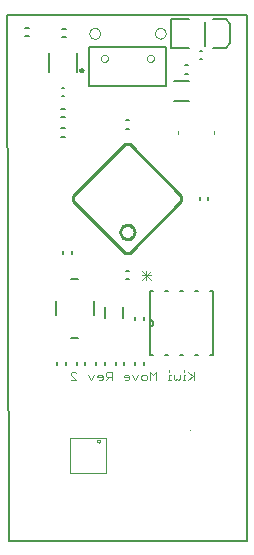
<source format=gbo>
G75*
%MOIN*%
%OFA0B0*%
%FSLAX24Y24*%
%IPPOS*%
%LPD*%
%AMOC8*
5,1,8,0,0,1.08239X$1,22.5*
%
%ADD10C,0.0080*%
%ADD11C,0.0000*%
%ADD12C,0.0030*%
%ADD13C,0.0100*%
%ADD14C,0.0060*%
%ADD15C,0.0050*%
%ADD16C,0.0040*%
%ADD17C,0.0020*%
%ADD18C,0.0004*%
D10*
X001293Y000140D02*
X009243Y000140D01*
X009238Y017675D01*
X001238Y017675D01*
X001293Y000140D01*
X002903Y006000D02*
X002903Y006080D01*
X003183Y006080D02*
X003183Y006000D01*
X003553Y006000D02*
X003553Y006080D01*
X003833Y006080D02*
X003833Y006000D01*
X004203Y006000D02*
X004203Y006080D01*
X004483Y006080D02*
X004483Y006000D01*
X004853Y006000D02*
X004853Y006080D01*
X005133Y006080D02*
X005133Y006000D01*
X005503Y006000D02*
X005503Y006080D01*
X005783Y006080D02*
X005783Y006000D01*
X005785Y007480D02*
X005785Y007600D01*
X005501Y007600D02*
X005501Y007480D01*
X005088Y007543D02*
X005088Y007937D01*
X005203Y008850D02*
X005283Y008850D01*
X005283Y009130D02*
X005203Y009130D01*
X004498Y007937D02*
X004498Y007543D01*
X004123Y007654D02*
X004123Y008126D01*
X003611Y008874D02*
X003375Y008874D01*
X003383Y009700D02*
X003383Y009780D01*
X003103Y009780D02*
X003103Y009700D01*
X002863Y008126D02*
X002863Y007654D01*
X003375Y006906D02*
X003611Y006906D01*
X003153Y013598D02*
X003033Y013598D01*
X003033Y013882D02*
X003153Y013882D01*
X003153Y014248D02*
X003033Y014248D01*
X003033Y014532D02*
X003153Y014532D01*
X003133Y014950D02*
X003053Y014950D01*
X003053Y015230D02*
X003133Y015230D01*
X003565Y015775D02*
X003565Y016405D01*
X003198Y016918D02*
X003078Y016918D01*
X003078Y017202D02*
X003198Y017202D01*
X002620Y016405D02*
X002620Y015775D01*
X001953Y016948D02*
X001833Y016948D01*
X001833Y017232D02*
X001953Y017232D01*
X003667Y015814D02*
X003669Y015828D01*
X003675Y015842D01*
X003683Y015854D01*
X003695Y015862D01*
X003709Y015868D01*
X003723Y015870D01*
X003737Y015868D01*
X003751Y015862D01*
X003763Y015854D01*
X003771Y015842D01*
X003777Y015828D01*
X003779Y015814D01*
X003777Y015800D01*
X003771Y015786D01*
X003763Y015774D01*
X003751Y015766D01*
X003737Y015760D01*
X003723Y015758D01*
X003709Y015760D01*
X003695Y015766D01*
X003683Y015774D01*
X003675Y015786D01*
X003669Y015800D01*
X003667Y015814D01*
X003953Y015290D02*
X006533Y015290D01*
X006533Y016590D01*
X003953Y016590D01*
X003953Y015290D01*
X005203Y014150D02*
X005283Y014150D01*
X005283Y013870D02*
X005203Y013870D01*
X006709Y016568D02*
X007299Y016568D01*
X007653Y016465D02*
X007733Y016465D01*
X007733Y016185D02*
X007653Y016185D01*
X007258Y015980D02*
X007178Y015980D01*
X007178Y015700D02*
X007258Y015700D01*
X006709Y016568D02*
X006709Y017512D01*
X007299Y017512D01*
X008087Y017512D02*
X008520Y017512D01*
X008677Y017355D01*
X008677Y016725D01*
X008520Y016568D01*
X008087Y016568D01*
X007933Y011580D02*
X007933Y011500D01*
X007653Y011500D02*
X007653Y011580D01*
D11*
X005893Y016213D02*
X005895Y016234D01*
X005901Y016254D01*
X005910Y016274D01*
X005922Y016291D01*
X005937Y016305D01*
X005955Y016317D01*
X005975Y016325D01*
X005995Y016330D01*
X006016Y016331D01*
X006037Y016328D01*
X006057Y016322D01*
X006076Y016311D01*
X006093Y016298D01*
X006106Y016282D01*
X006117Y016264D01*
X006125Y016244D01*
X006129Y016224D01*
X006129Y016202D01*
X006125Y016182D01*
X006117Y016162D01*
X006106Y016144D01*
X006093Y016128D01*
X006076Y016115D01*
X006057Y016104D01*
X006037Y016098D01*
X006016Y016095D01*
X005995Y016096D01*
X005975Y016101D01*
X005955Y016109D01*
X005937Y016121D01*
X005922Y016135D01*
X005910Y016152D01*
X005901Y016172D01*
X005895Y016192D01*
X005893Y016213D01*
X006161Y017050D02*
X006163Y017076D01*
X006169Y017102D01*
X006179Y017127D01*
X006192Y017150D01*
X006208Y017170D01*
X006228Y017188D01*
X006250Y017203D01*
X006273Y017215D01*
X006299Y017223D01*
X006325Y017227D01*
X006351Y017227D01*
X006377Y017223D01*
X006403Y017215D01*
X006427Y017203D01*
X006448Y017188D01*
X006468Y017170D01*
X006484Y017150D01*
X006497Y017127D01*
X006507Y017102D01*
X006513Y017076D01*
X006515Y017050D01*
X006513Y017024D01*
X006507Y016998D01*
X006497Y016973D01*
X006484Y016950D01*
X006468Y016930D01*
X006448Y016912D01*
X006426Y016897D01*
X006403Y016885D01*
X006377Y016877D01*
X006351Y016873D01*
X006325Y016873D01*
X006299Y016877D01*
X006273Y016885D01*
X006249Y016897D01*
X006228Y016912D01*
X006208Y016930D01*
X006192Y016950D01*
X006179Y016973D01*
X006169Y016998D01*
X006163Y017024D01*
X006161Y017050D01*
X004357Y016213D02*
X004359Y016234D01*
X004365Y016254D01*
X004374Y016274D01*
X004386Y016291D01*
X004401Y016305D01*
X004419Y016317D01*
X004439Y016325D01*
X004459Y016330D01*
X004480Y016331D01*
X004501Y016328D01*
X004521Y016322D01*
X004540Y016311D01*
X004557Y016298D01*
X004570Y016282D01*
X004581Y016264D01*
X004589Y016244D01*
X004593Y016224D01*
X004593Y016202D01*
X004589Y016182D01*
X004581Y016162D01*
X004570Y016144D01*
X004557Y016128D01*
X004540Y016115D01*
X004521Y016104D01*
X004501Y016098D01*
X004480Y016095D01*
X004459Y016096D01*
X004439Y016101D01*
X004419Y016109D01*
X004401Y016121D01*
X004386Y016135D01*
X004374Y016152D01*
X004365Y016172D01*
X004359Y016192D01*
X004357Y016213D01*
X003976Y017045D02*
X003978Y017071D01*
X003984Y017097D01*
X003994Y017122D01*
X004007Y017145D01*
X004023Y017165D01*
X004043Y017183D01*
X004065Y017198D01*
X004088Y017210D01*
X004114Y017218D01*
X004140Y017222D01*
X004166Y017222D01*
X004192Y017218D01*
X004218Y017210D01*
X004242Y017198D01*
X004263Y017183D01*
X004283Y017165D01*
X004299Y017145D01*
X004312Y017122D01*
X004322Y017097D01*
X004328Y017071D01*
X004330Y017045D01*
X004328Y017019D01*
X004322Y016993D01*
X004312Y016968D01*
X004299Y016945D01*
X004283Y016925D01*
X004263Y016907D01*
X004241Y016892D01*
X004218Y016880D01*
X004192Y016872D01*
X004166Y016868D01*
X004140Y016868D01*
X004114Y016872D01*
X004088Y016880D01*
X004064Y016892D01*
X004043Y016907D01*
X004023Y016925D01*
X004007Y016945D01*
X003994Y016968D01*
X003984Y016993D01*
X003978Y017019D01*
X003976Y017045D01*
D12*
X005716Y009135D02*
X006029Y008821D01*
X005873Y008821D02*
X005873Y009135D01*
X006029Y009135D02*
X005716Y008821D01*
X005716Y008978D02*
X006029Y008978D01*
X006000Y005773D02*
X006000Y005483D01*
X005899Y005531D02*
X005899Y005628D01*
X005851Y005676D01*
X005754Y005676D01*
X005706Y005628D01*
X005706Y005531D01*
X005754Y005483D01*
X005851Y005483D01*
X005899Y005531D01*
X006097Y005676D02*
X006000Y005773D01*
X006097Y005676D02*
X006194Y005773D01*
X006194Y005483D01*
X006588Y005483D02*
X006685Y005483D01*
X006637Y005483D02*
X006637Y005676D01*
X006685Y005676D01*
X006786Y005676D02*
X006786Y005531D01*
X006835Y005483D01*
X006883Y005531D01*
X006931Y005483D01*
X006980Y005531D01*
X006980Y005676D01*
X007128Y005676D02*
X007128Y005483D01*
X007176Y005483D02*
X007079Y005483D01*
X007128Y005676D02*
X007176Y005676D01*
X007128Y005773D02*
X007128Y005822D01*
X007277Y005773D02*
X007471Y005580D01*
X007422Y005628D02*
X007277Y005483D01*
X007471Y005483D02*
X007471Y005773D01*
X006637Y005773D02*
X006637Y005822D01*
X005605Y005676D02*
X005508Y005483D01*
X005411Y005676D01*
X005310Y005628D02*
X005310Y005531D01*
X005262Y005483D01*
X005165Y005483D01*
X005116Y005580D02*
X005310Y005580D01*
X005310Y005628D02*
X005262Y005676D01*
X005165Y005676D01*
X005116Y005628D01*
X005116Y005580D01*
X004721Y005580D02*
X004576Y005580D01*
X004527Y005628D01*
X004527Y005725D01*
X004576Y005773D01*
X004721Y005773D01*
X004721Y005483D01*
X004624Y005580D02*
X004527Y005483D01*
X004426Y005531D02*
X004426Y005628D01*
X004378Y005676D01*
X004281Y005676D01*
X004232Y005628D01*
X004232Y005580D01*
X004426Y005580D01*
X004426Y005531D02*
X004378Y005483D01*
X004281Y005483D01*
X004131Y005676D02*
X004035Y005483D01*
X003938Y005676D01*
X003542Y005725D02*
X003494Y005773D01*
X003397Y005773D01*
X003349Y005725D01*
X003349Y005676D01*
X003542Y005483D01*
X003349Y005483D01*
D13*
X005166Y009737D02*
X005319Y009737D01*
X007045Y011463D01*
X007045Y011617D01*
X005319Y013343D01*
X005166Y013343D01*
X003440Y011617D01*
X003440Y011463D01*
X005166Y009737D01*
X005007Y010426D02*
X005009Y010456D01*
X005015Y010486D01*
X005024Y010515D01*
X005037Y010542D01*
X005054Y010567D01*
X005073Y010590D01*
X005096Y010611D01*
X005121Y010628D01*
X005147Y010642D01*
X005176Y010652D01*
X005205Y010659D01*
X005235Y010662D01*
X005266Y010661D01*
X005296Y010656D01*
X005325Y010647D01*
X005352Y010635D01*
X005378Y010620D01*
X005402Y010601D01*
X005423Y010579D01*
X005441Y010555D01*
X005456Y010528D01*
X005467Y010500D01*
X005475Y010471D01*
X005479Y010441D01*
X005479Y010411D01*
X005475Y010381D01*
X005467Y010352D01*
X005456Y010324D01*
X005441Y010297D01*
X005423Y010273D01*
X005402Y010251D01*
X005378Y010232D01*
X005352Y010217D01*
X005325Y010205D01*
X005296Y010196D01*
X005266Y010191D01*
X005235Y010190D01*
X005205Y010193D01*
X005176Y010200D01*
X005147Y010210D01*
X005121Y010224D01*
X005096Y010241D01*
X005073Y010262D01*
X005054Y010285D01*
X005037Y010310D01*
X005024Y010337D01*
X005015Y010366D01*
X005009Y010396D01*
X005007Y010426D01*
D14*
X005983Y008450D02*
X006083Y008450D01*
X005983Y008450D02*
X005983Y007510D01*
X005983Y007270D01*
X005983Y006330D01*
X006083Y006330D01*
X006503Y006330D02*
X006583Y006330D01*
X007003Y006330D02*
X007083Y006330D01*
X007503Y006330D02*
X007583Y006330D01*
X008003Y006330D02*
X008103Y006330D01*
X008103Y008450D01*
X008003Y008450D01*
X007583Y008450D02*
X007503Y008450D01*
X007083Y008450D02*
X007003Y008450D01*
X006583Y008450D02*
X006503Y008450D01*
X005983Y007510D02*
X006004Y007508D01*
X006024Y007503D01*
X006043Y007494D01*
X006060Y007482D01*
X006075Y007467D01*
X006087Y007450D01*
X006096Y007431D01*
X006101Y007411D01*
X006103Y007390D01*
X006101Y007369D01*
X006096Y007349D01*
X006087Y007330D01*
X006075Y007313D01*
X006060Y007298D01*
X006043Y007286D01*
X006024Y007277D01*
X006004Y007272D01*
X005983Y007270D01*
D15*
X006781Y014780D02*
X007293Y014780D01*
X007293Y015450D02*
X006781Y015450D01*
X007843Y016640D02*
X007843Y017440D01*
X003723Y015814D02*
X003683Y015814D01*
X003683Y015775D01*
D16*
X006918Y013809D02*
X006918Y013691D01*
X008138Y013691D02*
X008138Y013809D01*
D17*
X007338Y003840D02*
X007338Y003838D01*
X007336Y003838D01*
D18*
X004523Y003561D02*
X004523Y002380D01*
X003342Y002380D01*
X003342Y003561D01*
X004523Y003561D01*
X004229Y003459D02*
X004231Y003472D01*
X004236Y003485D01*
X004245Y003496D01*
X004256Y003503D01*
X004269Y003508D01*
X004282Y003509D01*
X004296Y003506D01*
X004308Y003500D01*
X004318Y003491D01*
X004325Y003479D01*
X004329Y003466D01*
X004329Y003452D01*
X004325Y003439D01*
X004318Y003427D01*
X004308Y003418D01*
X004296Y003412D01*
X004282Y003409D01*
X004269Y003410D01*
X004256Y003415D01*
X004245Y003422D01*
X004236Y003433D01*
X004231Y003446D01*
X004229Y003459D01*
M02*

</source>
